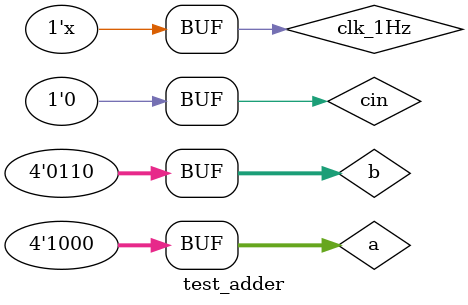
<source format=v>
`timescale 1ns/100ps
module test_adder();
    reg clk_1Hz,op;
    reg [3:0]a,b;
    reg cin;
    wire  [3:0]s;
    wire cout;
    parallel_adder u0(.a(a),.b(b),.cin(cin),.s(s),.cout(cout));
    always #10 clk_1Hz = ~clk_1Hz ;
    initial
    begin
    clk_1Hz=0;
        #20;
        a=4'b0000;b=4'b0000;cin=1'b0;
        #20;
        a=4'b0000;b=4'b0001;cin=1'b0;
        #20;
        b=4'b1111;cin=1'b1;
        #20;
        a=4'b1101;b=4'b0100;
        #20;
        a=4'b0000;b=4'b1001;cin=1'b0;
        #20;
        a=4'b1000;b=4'b0110;
    end
endmodule

</source>
